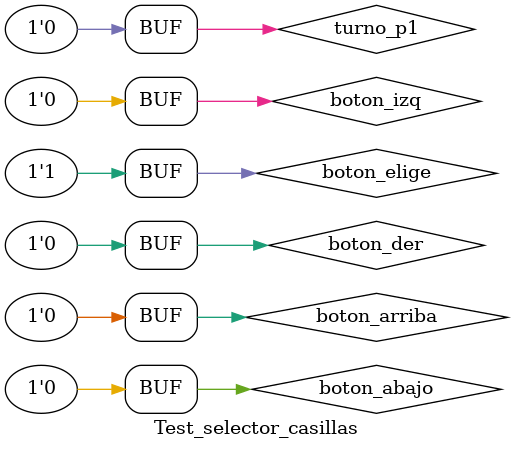
<source format=v>
`timescale 1ns / 1ps


module Test_selector_casillas;

	// Inputs
	reg boton_arriba;
	reg boton_abajo;
	reg boton_izq;
	reg boton_der;
	reg boton_elige;
	reg turno_p1;

	// Outputs
	wire [3:0] p1_mm;
	wire [3:0] p2_mm;
	wire [3:0] cuadro;

	// Instantiate the Unit Under Test (UUT)
	Selector_Casillas uut (
		.boton_arriba(boton_arriba), 
		.boton_abajo(boton_abajo), 
		.boton_izq(boton_izq), 
		.boton_der(boton_der), 
		.boton_elige(boton_elige), 
		.turno_p1(turno_p1), 
		.p1_mm(p1_mm), 
		.p2_mm(p2_mm), 
		.cuadro(cuadro)
	);

	initial begin
		// Initialize Inputs
		boton_arriba = 0;
		boton_abajo = 0;
		boton_izq = 0;
		boton_der = 0;
		boton_elige = 0;
		turno_p1 = 0;
        
		// Add stimulus here
		#10;
		boton_arriba = 1;
		boton_abajo = 0;
		boton_izq = 0;
		boton_der = 0;
		boton_elige = 0;
		
		#10;
		boton_arriba = 0;
		boton_abajo = 1;
		boton_izq = 0;
		boton_der = 0;
		boton_elige = 0;
		
		#10;
		boton_arriba = 0;
		boton_abajo = 0;
		boton_izq = 1;
		boton_der = 0;
		boton_elige = 0;
		
		#10;
		boton_arriba = 0;
		boton_abajo = 1;
		boton_izq = 0;
		boton_der = 0;
		boton_elige = 0;
		
		#10;
		boton_arriba = 0;
		boton_abajo = 0;
		boton_izq = 0;
		boton_der = 1;
		boton_elige = 0;
		
		#10;
		boton_arriba = 0;
		boton_abajo = 0;
		boton_izq = 0;
		boton_der = 0;
		boton_elige = 0;
		
		#10;
		boton_arriba = 0;
		boton_abajo = 0;
		boton_izq = 0;
		boton_der = 1;
		boton_elige = 0;
		
		#10;
		boton_arriba = 1;
		boton_abajo = 0;
		boton_izq = 0;
		boton_der = 0;
		boton_elige = 0;
		
		#10;
		boton_arriba = 0;
		boton_abajo = 0;
		boton_izq = 0;
		boton_der = 0;
		boton_elige = 1;
		
		#10;
		turno_p1 = 0;

	end
      
endmodule


</source>
